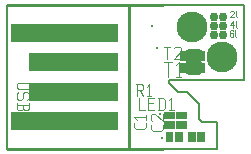
<source format=gbr>
G04 This is an RS-274x file exported by *
G04 gerbv version 2.7.0 *
G04 More information is available about gerbv at *
G04 http://gerbv.geda-project.org/ *
G04 --End of header info--*
%MOIN*%
%FSLAX36Y36*%
%IPPOS*%
G04 --Define apertures--*
%ADD10C,0.0040*%
%ADD11C,0.0060*%
%ADD12C,0.0100*%
%ADD13C,0.0048*%
%ADD14C,0.0300*%
%ADD15C,0.1027*%
%ADD16C,0.0200*%
%ADD17C,0.0001*%
G04 --Start main section--*
G54D10*
G01X0750000Y0416450D02*
G01X0760600Y0429700D01*
G01X0750000Y0416450D02*
G01X0763250Y0416450D01*
G01X0760600Y0429700D02*
G01X0760600Y0408500D01*
G01X0769610Y0429700D02*
G01X0769610Y0411150D01*
G01X0769610Y0411150D02*
G01X0772260Y0408500D01*
G01X0750000Y0462200D02*
G01X0752600Y0464800D01*
G01X0752600Y0464800D02*
G01X0760400Y0464800D01*
G01X0760400Y0464800D02*
G01X0763000Y0462200D01*
G01X0763000Y0462200D02*
G01X0763000Y0457000D01*
G01X0750000Y0444000D02*
G01X0763000Y0457000D01*
G01X0750000Y0444000D02*
G01X0763000Y0444000D01*
G01X0769240Y0464800D02*
G01X0769240Y0446600D01*
G01X0769240Y0446600D02*
G01X0771840Y0444000D01*
G01X0757800Y0399800D02*
G01X0760400Y0397200D01*
G01X0752600Y0399800D02*
G01X0757800Y0399800D01*
G01X0750000Y0397200D02*
G01X0752600Y0399800D01*
G01X0750000Y0397200D02*
G01X0750000Y0381600D01*
G01X0750000Y0381600D02*
G01X0752600Y0379000D01*
G01X0757800Y0390440D02*
G01X0760400Y0387840D01*
G01X0750000Y0390440D02*
G01X0757800Y0390440D01*
G01X0752600Y0379000D02*
G01X0757800Y0379000D01*
G01X0757800Y0379000D02*
G01X0760400Y0381600D01*
G01X0760400Y0387840D02*
G01X0760400Y0381600D01*
G01X0766640Y0399800D02*
G01X0766640Y0381600D01*
G01X0766640Y0381600D02*
G01X0769240Y0379000D01*
G54D11*
G01X0646000Y0294000D02*
G01X0654000Y0302000D01*
G01X0611000Y0294000D02*
G01X0646000Y0294000D01*
G01X0604000Y0301000D02*
G01X0611000Y0294000D01*
G01X0612000Y0334000D02*
G01X0605000Y0327000D01*
G01X0612000Y0334000D02*
G01X0647000Y0334000D01*
G01X0654000Y0327000D02*
G01X0647000Y0334000D01*
G01X0646000Y0254000D02*
G01X0654000Y0262000D01*
G01X0611000Y0254000D02*
G01X0646000Y0254000D01*
G01X0604000Y0261000D02*
G01X0611000Y0254000D01*
G01X0612000Y0294000D02*
G01X0605000Y0287000D01*
G01X0612000Y0294000D02*
G01X0647000Y0294000D01*
G01X0654000Y0287000D02*
G01X0647000Y0294000D01*
G54D12*
G01X0007500Y0485000D02*
G01X0527500Y0485000D01*
G01X0007500Y0005000D02*
G01X0527500Y0005000D01*
G01X0412500Y0485000D02*
G01X0412500Y0005000D01*
G54D10*
G01X0043400Y0225000D02*
G01X0077700Y0225000D01*
G01X0043400Y0225000D02*
G01X0038500Y0220100D01*
G01X0038500Y0220100D02*
G01X0038500Y0210300D01*
G01X0038500Y0210300D02*
G01X0043400Y0205400D01*
G01X0043400Y0205400D02*
G01X0077700Y0205400D01*
G01X0077700Y0174040D02*
G01X0072800Y0169140D01*
G01X0077700Y0188740D02*
G01X0077700Y0174040D01*
G01X0072800Y0193640D02*
G01X0077700Y0188740D01*
G01X0063000Y0193640D02*
G01X0072800Y0193640D01*
G01X0063000Y0193640D02*
G01X0058100Y0188740D01*
G01X0058100Y0188740D02*
G01X0058100Y0174040D01*
G01X0058100Y0174040D02*
G01X0053200Y0169140D01*
G01X0043400Y0169140D02*
G01X0053200Y0169140D01*
G01X0038500Y0174040D02*
G01X0043400Y0169140D01*
G01X0038500Y0188740D02*
G01X0038500Y0174040D01*
G01X0043400Y0193640D02*
G01X0038500Y0188740D01*
G01X0038500Y0157380D02*
G01X0038500Y0137780D01*
G01X0038500Y0137780D02*
G01X0043400Y0132880D01*
G01X0043400Y0132880D02*
G01X0055160Y0132880D01*
G01X0060060Y0137780D02*
G01X0055160Y0132880D01*
G01X0060060Y0152480D02*
G01X0060060Y0137780D01*
G01X0038500Y0152480D02*
G01X0077700Y0152480D01*
G01X0077700Y0157380D02*
G01X0077700Y0137780D01*
G01X0077700Y0137780D02*
G01X0072800Y0132880D01*
G01X0064960Y0132880D02*
G01X0072800Y0132880D01*
G01X0060060Y0137780D02*
G01X0064960Y0132880D01*
G01X0470000Y0090000D02*
G01X0470000Y0077000D01*
G01X0463000Y0070000D02*
G01X0470000Y0077000D01*
G01X0437000Y0070000D02*
G01X0463000Y0070000D01*
G01X0437000Y0070000D02*
G01X0430000Y0077000D01*
G01X0430000Y0090000D02*
G01X0430000Y0077000D01*
G01X0438000Y0102000D02*
G01X0430000Y0110000D01*
G01X0430000Y0110000D02*
G01X0470000Y0110000D01*
G01X0470000Y0117000D02*
G01X0470000Y0102000D01*
G01X0525000Y0085000D02*
G01X0525000Y0072000D01*
G01X0518000Y0065000D02*
G01X0525000Y0072000D01*
G01X0492000Y0065000D02*
G01X0518000Y0065000D01*
G01X0492000Y0065000D02*
G01X0485000Y0072000D01*
G01X0485000Y0085000D02*
G01X0485000Y0072000D01*
G01X0490000Y0097000D02*
G01X0485000Y0102000D01*
G01X0485000Y0117000D02*
G01X0485000Y0102000D01*
G01X0485000Y0117000D02*
G01X0490000Y0122000D01*
G01X0490000Y0122000D02*
G01X0500000Y0122000D01*
G01X0525000Y0097000D02*
G01X0500000Y0122000D01*
G01X0525000Y0122000D02*
G01X0525000Y0097000D01*
G01X0435000Y0220000D02*
G01X0455000Y0220000D01*
G01X0455000Y0220000D02*
G01X0460000Y0215000D01*
G01X0460000Y0215000D02*
G01X0460000Y0205000D01*
G01X0455000Y0200000D02*
G01X0460000Y0205000D01*
G01X0440000Y0200000D02*
G01X0455000Y0200000D01*
G01X0440000Y0220000D02*
G01X0440000Y0180000D01*
G01X0448000Y0200000D02*
G01X0460000Y0180000D01*
G01X0472000Y0212000D02*
G01X0480000Y0220000D01*
G01X0480000Y0220000D02*
G01X0480000Y0180000D01*
G01X0472000Y0180000D02*
G01X0487000Y0180000D01*
G01X0445000Y0175000D02*
G01X0445000Y0135000D01*
G01X0445000Y0135000D02*
G01X0465000Y0135000D01*
G01X0477000Y0157000D02*
G01X0492000Y0157000D01*
G01X0477000Y0135000D02*
G01X0497000Y0135000D01*
G01X0477000Y0175000D02*
G01X0477000Y0135000D01*
G01X0477000Y0175000D02*
G01X0497000Y0175000D01*
G01X0514000Y0175000D02*
G01X0514000Y0135000D01*
G01X0527000Y0175000D02*
G01X0534000Y0168000D01*
G01X0534000Y0168000D02*
G01X0534000Y0142000D01*
G01X0527000Y0135000D02*
G01X0534000Y0142000D01*
G01X0509000Y0135000D02*
G01X0527000Y0135000D01*
G01X0509000Y0175000D02*
G01X0527000Y0175000D01*
G01X0546000Y0167000D02*
G01X0554000Y0175000D01*
G01X0554000Y0175000D02*
G01X0554000Y0135000D01*
G01X0546000Y0135000D02*
G01X0561000Y0135000D01*
G01X0530000Y0345000D02*
G01X0550000Y0345000D01*
G01X0540000Y0345000D02*
G01X0540000Y0305000D01*
G01X0562000Y0340000D02*
G01X0567000Y0345000D01*
G01X0567000Y0345000D02*
G01X0582000Y0345000D01*
G01X0582000Y0345000D02*
G01X0587000Y0340000D01*
G01X0587000Y0340000D02*
G01X0587000Y0330000D01*
G01X0562000Y0305000D02*
G01X0587000Y0330000D01*
G01X0562000Y0305000D02*
G01X0587000Y0305000D01*
G54D13*
G01X0530000Y0292900D02*
G01X0554200Y0292900D01*
G01X0542100Y0292900D02*
G01X0542100Y0244500D01*
G01X0568720Y0283220D02*
G01X0578400Y0292900D01*
G01X0578400Y0292900D02*
G01X0578400Y0244500D01*
G01X0568720Y0244500D02*
G01X0586870Y0244500D01*
G01X0000000Y0000000D02*
G54D11*
G01X0707500Y0005000D02*
G01X0007500Y0005000D01*
G01X0547500Y0225000D02*
G01X0577500Y0195000D01*
G01X0577500Y0195000D02*
G01X0607500Y0195000D01*
G01X0647500Y0155000D02*
G01X0607500Y0195000D01*
G01X0797500Y0235000D02*
G01X0547500Y0235000D01*
G01X0547500Y0235000D02*
G01X0547500Y0225000D01*
G01X0007500Y0005000D02*
G01X0007500Y0485000D01*
G01X0647500Y0155000D02*
G01X0647500Y0105000D01*
G01X0647500Y0105000D02*
G01X0657500Y0095000D01*
G01X0657500Y0095000D02*
G01X0707500Y0095000D01*
G01X0707500Y0095000D02*
G01X0707500Y0005000D01*
G01X0007500Y0485000D02*
G01X0797500Y0485000D01*
G01X0797500Y0485000D02*
G01X0797500Y0235000D01*
G01X0000000Y0000000D02*
G54D14*
G01X0725000Y0445000D03*
G01X0725000Y0415000D03*
G01X0695000Y0445000D03*
G01X0695000Y0415000D03*
G01X0695000Y0385000D03*
G01X0725000Y0385000D03*
G54D15*
G01X0722500Y0310000D03*
G54D16*
G01X0645000Y0327000D02*
G01X0651000Y0321000D01*
G54D17*
G36*
G01X0641000Y0331000D02*
G01X0641000Y0311000D01*
G01X0666000Y0311000D01*
G01X0666000Y0331000D01*
G01X0641000Y0331000D01*
G37*
G54D16*
G01X0645000Y0287000D02*
G01X0651000Y0281000D01*
G54D17*
G36*
G01X0641000Y0291000D02*
G01X0641000Y0271000D01*
G01X0666000Y0271000D01*
G01X0666000Y0291000D01*
G01X0641000Y0291000D01*
G37*
G36*
G01X0560340Y0061770D02*
G01X0534660Y0061770D01*
G01X0534660Y0028230D01*
G01X0560340Y0028230D01*
G01X0560340Y0061770D01*
G37*
G36*
G01X0591820Y0061770D02*
G01X0566140Y0061770D01*
G01X0566140Y0028230D01*
G01X0591820Y0028230D01*
G01X0591820Y0061770D01*
G37*
G36*
G01X0634600Y0061770D02*
G01X0608920Y0061770D01*
G01X0608920Y0028230D01*
G01X0634600Y0028230D01*
G01X0634600Y0061770D01*
G37*
G36*
G01X0530730Y0097840D02*
G01X0530730Y0072160D01*
G01X0564270Y0072160D01*
G01X0564270Y0097840D01*
G01X0530730Y0097840D01*
G37*
G36*
G01X0530730Y0129320D02*
G01X0530730Y0103640D01*
G01X0564270Y0103640D01*
G01X0564270Y0129320D01*
G01X0530730Y0129320D01*
G37*
G36*
G01X0570730Y0097840D02*
G01X0570730Y0072160D01*
G01X0604270Y0072160D01*
G01X0604270Y0097840D01*
G01X0570730Y0097840D01*
G37*
G36*
G01X0570730Y0129320D02*
G01X0570730Y0103640D01*
G01X0604270Y0103640D01*
G01X0604270Y0129320D01*
G01X0570730Y0129320D01*
G37*
G36*
G01X0666080Y0061770D02*
G01X0640400Y0061770D01*
G01X0640400Y0028230D01*
G01X0666080Y0028230D01*
G01X0666080Y0061770D01*
G37*
G36*
G01X0020170Y0126410D02*
G01X0020170Y0067030D01*
G01X0374830Y0067030D01*
G01X0374830Y0126410D01*
G01X0020170Y0126410D01*
G37*
G54D15*
G01X0622500Y0410000D03*
G54D17*
G36*
G01X0020170Y0421690D02*
G01X0020170Y0362310D01*
G01X0374830Y0362310D01*
G01X0374830Y0421690D01*
G01X0020170Y0421690D01*
G37*
G54D16*
G01X0614000Y0301000D02*
G01X0644000Y0301000D01*
G01X0644000Y0301000D02*
G01X0651000Y0308000D01*
G54D17*
G36*
G01X0641000Y0318000D02*
G01X0641000Y0298000D01*
G01X0666000Y0298000D01*
G01X0666000Y0318000D01*
G01X0641000Y0318000D01*
G37*
G54D16*
G01X0635000Y0307000D02*
G01X0641000Y0301000D01*
G01X0629000Y0301000D02*
G01X0635000Y0307000D01*
G01X0607000Y0308000D02*
G01X0614000Y0301000D01*
G54D17*
G36*
G01X0582000Y0318000D02*
G01X0582000Y0298000D01*
G01X0617000Y0298000D01*
G01X0617000Y0318000D01*
G01X0582000Y0318000D01*
G37*
G54D16*
G01X0617000Y0301000D02*
G01X0623000Y0307000D01*
G01X0623000Y0307000D02*
G01X0629000Y0301000D01*
G01X0608000Y0321000D02*
G01X0614000Y0327000D01*
G54D17*
G36*
G01X0582000Y0331000D02*
G01X0582000Y0311000D01*
G01X0618000Y0311000D01*
G01X0618000Y0331000D01*
G01X0582000Y0331000D01*
G37*
G54D16*
G01X0616000Y0327000D02*
G01X0623000Y0320000D01*
G01X0614000Y0327000D02*
G01X0616000Y0327000D01*
G01X0614000Y0327000D02*
G01X0645000Y0327000D01*
G01X0623000Y0320000D02*
G01X0630000Y0327000D01*
G01X0628000Y0327000D02*
G01X0635000Y0320000D01*
G01X0635000Y0320000D02*
G01X0642000Y0327000D01*
G01X0614000Y0261000D02*
G01X0644000Y0261000D01*
G01X0644000Y0261000D02*
G01X0651000Y0268000D01*
G54D17*
G36*
G01X0641000Y0278000D02*
G01X0641000Y0258000D01*
G01X0666000Y0258000D01*
G01X0666000Y0278000D01*
G01X0641000Y0278000D01*
G37*
G54D16*
G01X0635000Y0267000D02*
G01X0641000Y0261000D01*
G01X0629000Y0261000D02*
G01X0635000Y0267000D01*
G01X0607000Y0268000D02*
G01X0614000Y0261000D01*
G54D17*
G36*
G01X0582000Y0278000D02*
G01X0582000Y0258000D01*
G01X0617000Y0258000D01*
G01X0617000Y0278000D01*
G01X0582000Y0278000D01*
G37*
G54D16*
G01X0617000Y0261000D02*
G01X0623000Y0267000D01*
G01X0623000Y0267000D02*
G01X0629000Y0261000D01*
G01X0614000Y0287000D02*
G01X0645000Y0287000D01*
G01X0608000Y0281000D02*
G01X0614000Y0287000D01*
G01X0614000Y0287000D02*
G01X0616000Y0287000D01*
G01X0628000Y0287000D02*
G01X0635000Y0280000D01*
G01X0635000Y0280000D02*
G01X0642000Y0287000D01*
G54D17*
G36*
G01X0582000Y0291000D02*
G01X0582000Y0271000D01*
G01X0618000Y0271000D01*
G01X0618000Y0291000D01*
G01X0582000Y0291000D01*
G37*
G36*
G01X0079230Y0323260D02*
G01X0079230Y0263880D01*
G01X0374830Y0263880D01*
G01X0374830Y0323260D01*
G01X0079230Y0323260D01*
G37*
G36*
G01X0079230Y0224840D02*
G01X0079230Y0165460D01*
G01X0374830Y0165460D01*
G01X0374830Y0224840D01*
G01X0079230Y0224840D01*
G37*
G54D16*
G01X0616000Y0287000D02*
G01X0623000Y0280000D01*
G01X0623000Y0280000D02*
G01X0630000Y0287000D01*
G01X0000000Y0000000D02*
G54D12*
G01X0490000Y0415000D03*
G01X0505000Y0340000D03*
G01X0515000Y0120000D03*
G01X0521600Y0041600D03*
G01X0600000Y0300000D03*
G01X0600000Y0260000D03*
G01X0695000Y0445000D03*
G01X0695000Y0415000D03*
G01X0695000Y0385000D03*
G01X0725000Y0445000D03*
G01X0725000Y0415000D03*
G01X0725000Y0385000D03*
M02*

</source>
